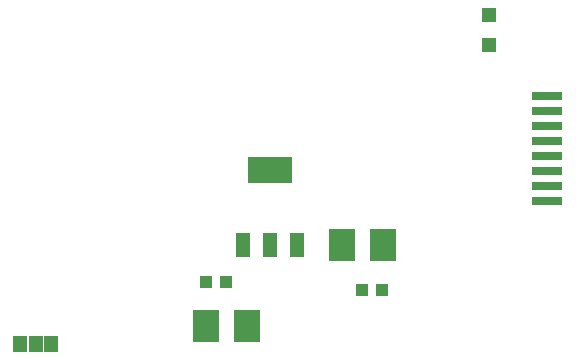
<source format=gtp>
G04 Layer: TopPasteMaskLayer*
G04 EasyEDA v6.2.46, 2019-11-05T08:36:27+02:00*
G04 58835fe1968247bcbae2d138d8cab9b4,88f35c52922c4fbc8d6ac25f651a04fd,10*
G04 Gerber Generator version 0.2*
G04 Scale: 100 percent, Rotated: No, Reflected: No *
G04 Dimensions in millimeters *
G04 leading zeros omitted , absolute positions ,3 integer and 3 decimal *
%FSLAX33Y33*%
%MOMM*%
G90*
G71D02*

%ADD12R,2.540000X0.762000*%
%ADD13R,3.799992X2.299995*%
%ADD14R,1.199998X1.999996*%
%ADD15R,1.143000X1.422400*%
%ADD16R,2.299995X2.700020*%
%ADD17R,1.099820X1.000760*%
%ADD18R,1.270000X1.270000*%

%LPD*%
G54D12*
G01X49911Y27051D03*
G01X49911Y25781D03*
G01X49911Y24511D03*
G01X49911Y23241D03*
G01X49911Y21971D03*
G01X49911Y20701D03*
G01X49911Y19431D03*
G01X49911Y18161D03*
G54D13*
G01X26416Y20828D03*
G54D14*
G01X26416Y14478D03*
G01X28715Y14478D03*
G01X24116Y14478D03*
G54D15*
G01X5308Y6096D03*
G01X6604Y6096D03*
G01X7899Y6096D03*
G54D16*
G01X32562Y14478D03*
G01X36017Y14478D03*
G01X24460Y7620D03*
G01X21005Y7620D03*
G54D17*
G01X34213Y10668D03*
G01X35890Y10668D03*
G01X22682Y11303D03*
G01X21005Y11303D03*
G54D18*
G01X44958Y31369D03*
G01X44958Y33909D03*
M00*
M02*

</source>
